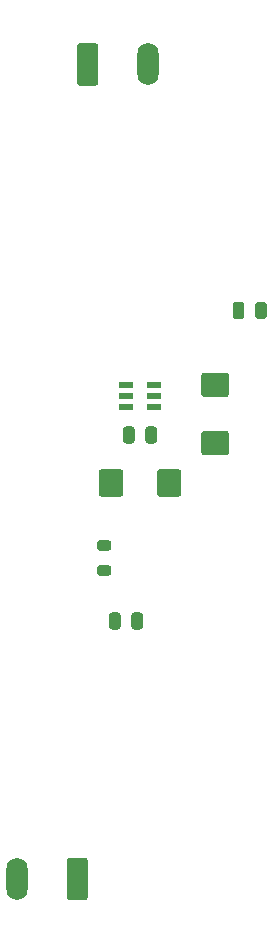
<source format=gbr>
%TF.GenerationSoftware,KiCad,Pcbnew,(5.1.9)-1*%
%TF.CreationDate,2021-03-17T18:47:33-04:00*%
%TF.ProjectId,InverterChargePump,496e7665-7274-4657-9243-686172676550,rev?*%
%TF.SameCoordinates,Original*%
%TF.FileFunction,Soldermask,Top*%
%TF.FilePolarity,Negative*%
%FSLAX46Y46*%
G04 Gerber Fmt 4.6, Leading zero omitted, Abs format (unit mm)*
G04 Created by KiCad (PCBNEW (5.1.9)-1) date 2021-03-17 18:47:33*
%MOMM*%
%LPD*%
G01*
G04 APERTURE LIST*
%ADD10R,1.240000X0.550000*%
%ADD11O,1.800000X3.600000*%
G04 APERTURE END LIST*
%TO.C,L_HFBlock1*%
G36*
G01*
X131063750Y-106797000D02*
X131826250Y-106797000D01*
G75*
G02*
X132045000Y-107015750I0J-218750D01*
G01*
X132045000Y-107453250D01*
G75*
G02*
X131826250Y-107672000I-218750J0D01*
G01*
X131063750Y-107672000D01*
G75*
G02*
X130845000Y-107453250I0J218750D01*
G01*
X130845000Y-107015750D01*
G75*
G02*
X131063750Y-106797000I218750J0D01*
G01*
G37*
G36*
G01*
X131063750Y-104672000D02*
X131826250Y-104672000D01*
G75*
G02*
X132045000Y-104890750I0J-218750D01*
G01*
X132045000Y-105328250D01*
G75*
G02*
X131826250Y-105547000I-218750J0D01*
G01*
X131063750Y-105547000D01*
G75*
G02*
X130845000Y-105328250I0J218750D01*
G01*
X130845000Y-104890750D01*
G75*
G02*
X131063750Y-104672000I218750J0D01*
G01*
G37*
%TD*%
%TO.C,Cout1*%
G36*
G01*
X133739000Y-111981000D02*
X133739000Y-111031000D01*
G75*
G02*
X133989000Y-110781000I250000J0D01*
G01*
X134489000Y-110781000D01*
G75*
G02*
X134739000Y-111031000I0J-250000D01*
G01*
X134739000Y-111981000D01*
G75*
G02*
X134489000Y-112231000I-250000J0D01*
G01*
X133989000Y-112231000D01*
G75*
G02*
X133739000Y-111981000I0J250000D01*
G01*
G37*
G36*
G01*
X131839000Y-111981000D02*
X131839000Y-111031000D01*
G75*
G02*
X132089000Y-110781000I250000J0D01*
G01*
X132589000Y-110781000D01*
G75*
G02*
X132839000Y-111031000I0J-250000D01*
G01*
X132839000Y-111981000D01*
G75*
G02*
X132589000Y-112231000I-250000J0D01*
G01*
X132089000Y-112231000D01*
G75*
G02*
X131839000Y-111981000I0J250000D01*
G01*
G37*
%TD*%
%TO.C,Cin1*%
G36*
G01*
X143314000Y-84742000D02*
X143314000Y-85692000D01*
G75*
G02*
X143064000Y-85942000I-250000J0D01*
G01*
X142564000Y-85942000D01*
G75*
G02*
X142314000Y-85692000I0J250000D01*
G01*
X142314000Y-84742000D01*
G75*
G02*
X142564000Y-84492000I250000J0D01*
G01*
X143064000Y-84492000D01*
G75*
G02*
X143314000Y-84742000I0J-250000D01*
G01*
G37*
G36*
G01*
X145214000Y-84742000D02*
X145214000Y-85692000D01*
G75*
G02*
X144964000Y-85942000I-250000J0D01*
G01*
X144464000Y-85942000D01*
G75*
G02*
X144214000Y-85692000I0J250000D01*
G01*
X144214000Y-84742000D01*
G75*
G02*
X144464000Y-84492000I250000J0D01*
G01*
X144964000Y-84492000D01*
G75*
G02*
X145214000Y-84742000I0J-250000D01*
G01*
G37*
%TD*%
%TO.C,CC2*%
G36*
G01*
X133068000Y-98897000D02*
X133068000Y-100747000D01*
G75*
G02*
X132818000Y-100997000I-250000J0D01*
G01*
X131243000Y-100997000D01*
G75*
G02*
X130993000Y-100747000I0J250000D01*
G01*
X130993000Y-98897000D01*
G75*
G02*
X131243000Y-98647000I250000J0D01*
G01*
X132818000Y-98647000D01*
G75*
G02*
X133068000Y-98897000I0J-250000D01*
G01*
G37*
G36*
G01*
X137993000Y-98897000D02*
X137993000Y-100747000D01*
G75*
G02*
X137743000Y-100997000I-250000J0D01*
G01*
X136168000Y-100997000D01*
G75*
G02*
X135918000Y-100747000I0J250000D01*
G01*
X135918000Y-98897000D01*
G75*
G02*
X136168000Y-98647000I250000J0D01*
G01*
X137743000Y-98647000D01*
G75*
G02*
X137993000Y-98897000I0J-250000D01*
G01*
G37*
%TD*%
%TO.C,CC1*%
G36*
G01*
X139918000Y-95405000D02*
X141768000Y-95405000D01*
G75*
G02*
X142018000Y-95655000I0J-250000D01*
G01*
X142018000Y-97230000D01*
G75*
G02*
X141768000Y-97480000I-250000J0D01*
G01*
X139918000Y-97480000D01*
G75*
G02*
X139668000Y-97230000I0J250000D01*
G01*
X139668000Y-95655000D01*
G75*
G02*
X139918000Y-95405000I250000J0D01*
G01*
G37*
G36*
G01*
X139918000Y-90480000D02*
X141768000Y-90480000D01*
G75*
G02*
X142018000Y-90730000I0J-250000D01*
G01*
X142018000Y-92305000D01*
G75*
G02*
X141768000Y-92555000I-250000J0D01*
G01*
X139918000Y-92555000D01*
G75*
G02*
X139668000Y-92305000I0J250000D01*
G01*
X139668000Y-90730000D01*
G75*
G02*
X139918000Y-90480000I250000J0D01*
G01*
G37*
%TD*%
D10*
%TO.C,U1*%
X135678000Y-91506000D03*
X135678000Y-92456000D03*
X135678000Y-93406000D03*
X133308000Y-93406000D03*
X133308000Y-92456000D03*
X133308000Y-91506000D03*
%TD*%
D11*
%TO.C,JPower1*%
X135128000Y-64389000D03*
G36*
G01*
X129148000Y-65939000D02*
X129148000Y-62839000D01*
G75*
G02*
X129398000Y-62589000I250000J0D01*
G01*
X130698000Y-62589000D01*
G75*
G02*
X130948000Y-62839000I0J-250000D01*
G01*
X130948000Y-65939000D01*
G75*
G02*
X130698000Y-66189000I-250000J0D01*
G01*
X129398000Y-66189000D01*
G75*
G02*
X129148000Y-65939000I0J250000D01*
G01*
G37*
%TD*%
%TO.C,JOUt1*%
X124079000Y-133350000D03*
G36*
G01*
X130059000Y-131800000D02*
X130059000Y-134900000D01*
G75*
G02*
X129809000Y-135150000I-250000J0D01*
G01*
X128509000Y-135150000D01*
G75*
G02*
X128259000Y-134900000I0J250000D01*
G01*
X128259000Y-131800000D01*
G75*
G02*
X128509000Y-131550000I250000J0D01*
G01*
X129809000Y-131550000D01*
G75*
G02*
X130059000Y-131800000I0J-250000D01*
G01*
G37*
%TD*%
%TO.C,C1*%
G36*
G01*
X134943000Y-96233000D02*
X134943000Y-95283000D01*
G75*
G02*
X135193000Y-95033000I250000J0D01*
G01*
X135693000Y-95033000D01*
G75*
G02*
X135943000Y-95283000I0J-250000D01*
G01*
X135943000Y-96233000D01*
G75*
G02*
X135693000Y-96483000I-250000J0D01*
G01*
X135193000Y-96483000D01*
G75*
G02*
X134943000Y-96233000I0J250000D01*
G01*
G37*
G36*
G01*
X133043000Y-96233000D02*
X133043000Y-95283000D01*
G75*
G02*
X133293000Y-95033000I250000J0D01*
G01*
X133793000Y-95033000D01*
G75*
G02*
X134043000Y-95283000I0J-250000D01*
G01*
X134043000Y-96233000D01*
G75*
G02*
X133793000Y-96483000I-250000J0D01*
G01*
X133293000Y-96483000D01*
G75*
G02*
X133043000Y-96233000I0J250000D01*
G01*
G37*
%TD*%
M02*

</source>
